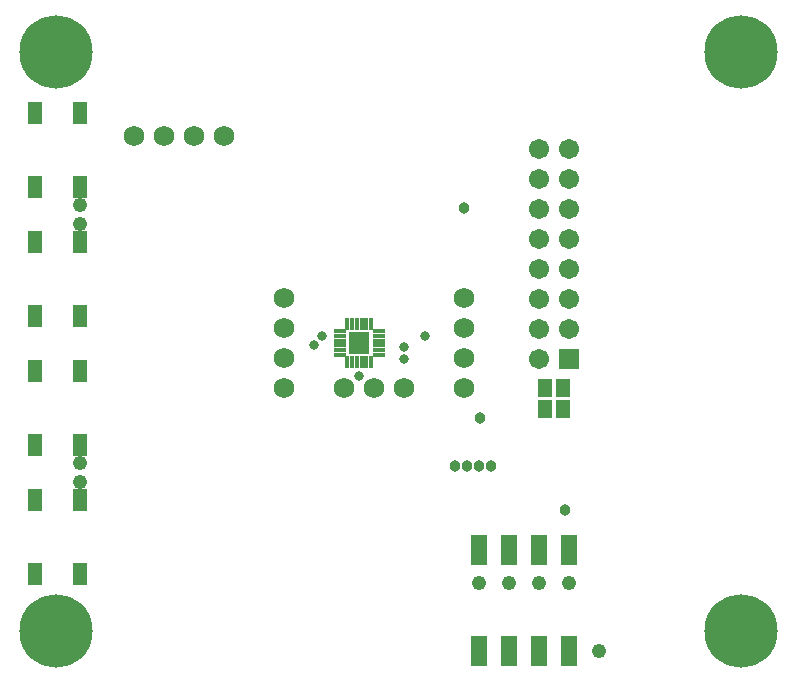
<source format=gts>
G04 Layer_Color=8388736*
%FSLAX25Y25*%
%MOIN*%
G70*
G01*
G75*
%ADD34R,0.05131X0.06312*%
%ADD35R,0.04737X0.07493*%
%ADD36R,0.05249X0.10406*%
%ADD37R,0.06863X0.07493*%
%ADD38O,0.04343X0.01587*%
%ADD39O,0.01587X0.04343*%
%ADD40C,0.06800*%
%ADD41C,0.24409*%
%ADD42C,0.06706*%
%ADD43R,0.06706X0.06706*%
%ADD44C,0.03800*%
%ADD45C,0.03300*%
%ADD46C,0.04800*%
D34*
X92047Y-22000D02*
D03*
X97953D02*
D03*
X92047Y-15000D02*
D03*
X97953D02*
D03*
D35*
X-77961Y-9236D02*
D03*
Y-34039D02*
D03*
X-63000Y-9236D02*
D03*
Y-34039D02*
D03*
X-77961Y33764D02*
D03*
Y8961D02*
D03*
X-63000Y33764D02*
D03*
Y8961D02*
D03*
X-77961Y-52236D02*
D03*
Y-77039D02*
D03*
X-63000Y-52236D02*
D03*
Y-77039D02*
D03*
X-77961Y76764D02*
D03*
Y51961D02*
D03*
X-63000Y76764D02*
D03*
Y51961D02*
D03*
D36*
X80000Y-69000D02*
D03*
X70000D02*
D03*
X90000D02*
D03*
X100000D02*
D03*
X70000Y-102858D02*
D03*
X80000D02*
D03*
X90000D02*
D03*
X100000D02*
D03*
D37*
X30000Y0D02*
D03*
D38*
X36425Y3937D02*
D03*
Y2362D02*
D03*
Y787D02*
D03*
Y-787D02*
D03*
Y-2362D02*
D03*
Y-3937D02*
D03*
X23575D02*
D03*
Y-2362D02*
D03*
Y-787D02*
D03*
Y787D02*
D03*
Y2362D02*
D03*
Y3937D02*
D03*
D39*
X33937Y-6425D02*
D03*
X32362D02*
D03*
X30787D02*
D03*
X29213D02*
D03*
X27638D02*
D03*
X26063D02*
D03*
Y6425D02*
D03*
X27638D02*
D03*
X29213D02*
D03*
X30787D02*
D03*
X32362D02*
D03*
X33937D02*
D03*
D40*
X35000Y-15000D02*
D03*
X45000D02*
D03*
X25000D02*
D03*
X65000D02*
D03*
Y-5000D02*
D03*
Y5000D02*
D03*
Y15000D02*
D03*
X5000Y-15000D02*
D03*
Y-5000D02*
D03*
Y5000D02*
D03*
Y15000D02*
D03*
X-15000Y68898D02*
D03*
X-25000D02*
D03*
X-35000D02*
D03*
X-45000D02*
D03*
D41*
X-71220Y96850D02*
D03*
X157126D02*
D03*
Y-96063D02*
D03*
X-71220D02*
D03*
D42*
X90000Y64764D02*
D03*
X100000D02*
D03*
X90000Y54764D02*
D03*
X100000D02*
D03*
X90000Y44764D02*
D03*
X100000D02*
D03*
X90000Y34764D02*
D03*
X100000D02*
D03*
X90000Y24764D02*
D03*
X100000D02*
D03*
X90000Y14764D02*
D03*
X100000D02*
D03*
X90000Y4764D02*
D03*
X100000D02*
D03*
X90000Y-5236D02*
D03*
D43*
X100000D02*
D03*
D44*
X65000Y45000D02*
D03*
X70339Y-25000D02*
D03*
X62000Y-41000D02*
D03*
X70000D02*
D03*
X74000D02*
D03*
X66000D02*
D03*
X98614Y-55614D02*
D03*
D45*
X30000Y-11000D02*
D03*
X17638Y2362D02*
D03*
X45000Y-1213D02*
D03*
X52000Y2362D02*
D03*
X45000Y-5362D02*
D03*
X15000Y-787D02*
D03*
D46*
X70000Y-80000D02*
D03*
X80000D02*
D03*
X90000D02*
D03*
X100000D02*
D03*
X-63000Y46000D02*
D03*
Y-40000D02*
D03*
Y-46276D02*
D03*
Y39764D02*
D03*
X109858Y-102858D02*
D03*
M02*

</source>
